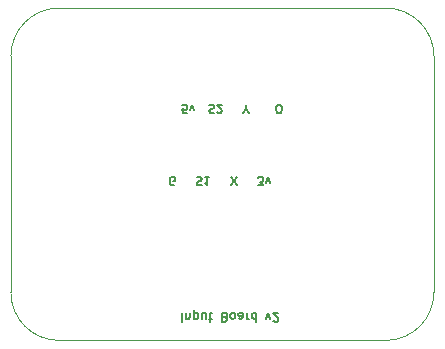
<source format=gbr>
G04 #@! TF.GenerationSoftware,KiCad,Pcbnew,(5.1.6)-1*
G04 #@! TF.CreationDate,2021-02-13T15:21:04-06:00*
G04 #@! TF.ProjectId,InputBoard,496e7075-7442-46f6-9172-642e6b696361,rev?*
G04 #@! TF.SameCoordinates,Original*
G04 #@! TF.FileFunction,Legend,Bot*
G04 #@! TF.FilePolarity,Positive*
%FSLAX46Y46*%
G04 Gerber Fmt 4.6, Leading zero omitted, Abs format (unit mm)*
G04 Created by KiCad (PCBNEW (5.1.6)-1) date 2021-02-13 15:21:04*
%MOMM*%
%LPD*%
G01*
G04 APERTURE LIST*
%ADD10C,0.175000*%
%ADD11C,0.187500*%
G04 #@! TA.AperFunction,Profile*
%ADD12C,0.050000*%
G04 #@! TD*
G04 APERTURE END LIST*
D10*
X146433333Y-101582500D02*
X146366666Y-101615833D01*
X146266666Y-101615833D01*
X146166666Y-101582500D01*
X146100000Y-101515833D01*
X146066666Y-101449166D01*
X146033333Y-101315833D01*
X146033333Y-101215833D01*
X146066666Y-101082500D01*
X146100000Y-101015833D01*
X146166666Y-100949166D01*
X146266666Y-100915833D01*
X146333333Y-100915833D01*
X146433333Y-100949166D01*
X146466666Y-100982500D01*
X146466666Y-101215833D01*
X146333333Y-101215833D01*
X148333333Y-100949166D02*
X148433333Y-100915833D01*
X148600000Y-100915833D01*
X148666666Y-100949166D01*
X148700000Y-100982500D01*
X148733333Y-101049166D01*
X148733333Y-101115833D01*
X148700000Y-101182500D01*
X148666666Y-101215833D01*
X148600000Y-101249166D01*
X148466666Y-101282500D01*
X148400000Y-101315833D01*
X148366666Y-101349166D01*
X148333333Y-101415833D01*
X148333333Y-101482500D01*
X148366666Y-101549166D01*
X148400000Y-101582500D01*
X148466666Y-101615833D01*
X148633333Y-101615833D01*
X148733333Y-101582500D01*
X149400000Y-100915833D02*
X149000000Y-100915833D01*
X149200000Y-100915833D02*
X149200000Y-101615833D01*
X149133333Y-101515833D01*
X149066666Y-101449166D01*
X149000000Y-101415833D01*
X151233333Y-101615833D02*
X151700000Y-100915833D01*
X151700000Y-101615833D02*
X151233333Y-100915833D01*
X153500000Y-101615833D02*
X153933333Y-101615833D01*
X153700000Y-101349166D01*
X153800000Y-101349166D01*
X153866666Y-101315833D01*
X153900000Y-101282500D01*
X153933333Y-101215833D01*
X153933333Y-101049166D01*
X153900000Y-100982500D01*
X153866666Y-100949166D01*
X153800000Y-100915833D01*
X153600000Y-100915833D01*
X153533333Y-100949166D01*
X153500000Y-100982500D01*
X154166666Y-101382500D02*
X154333333Y-100915833D01*
X154500000Y-101382500D01*
X147483333Y-95490833D02*
X147150000Y-95490833D01*
X147116666Y-95157500D01*
X147150000Y-95190833D01*
X147216666Y-95224166D01*
X147383333Y-95224166D01*
X147450000Y-95190833D01*
X147483333Y-95157500D01*
X147516666Y-95090833D01*
X147516666Y-94924166D01*
X147483333Y-94857500D01*
X147450000Y-94824166D01*
X147383333Y-94790833D01*
X147216666Y-94790833D01*
X147150000Y-94824166D01*
X147116666Y-94857500D01*
X147750000Y-95257500D02*
X147916666Y-94790833D01*
X148083333Y-95257500D01*
X149383333Y-94824166D02*
X149483333Y-94790833D01*
X149650000Y-94790833D01*
X149716666Y-94824166D01*
X149750000Y-94857500D01*
X149783333Y-94924166D01*
X149783333Y-94990833D01*
X149750000Y-95057500D01*
X149716666Y-95090833D01*
X149650000Y-95124166D01*
X149516666Y-95157500D01*
X149450000Y-95190833D01*
X149416666Y-95224166D01*
X149383333Y-95290833D01*
X149383333Y-95357500D01*
X149416666Y-95424166D01*
X149450000Y-95457500D01*
X149516666Y-95490833D01*
X149683333Y-95490833D01*
X149783333Y-95457500D01*
X150050000Y-95424166D02*
X150083333Y-95457500D01*
X150150000Y-95490833D01*
X150316666Y-95490833D01*
X150383333Y-95457500D01*
X150416666Y-95424166D01*
X150450000Y-95357500D01*
X150450000Y-95290833D01*
X150416666Y-95190833D01*
X150016666Y-94790833D01*
X150450000Y-94790833D01*
X152483333Y-95124166D02*
X152483333Y-94790833D01*
X152250000Y-95490833D02*
X152483333Y-95124166D01*
X152716666Y-95490833D01*
X155216666Y-95490833D02*
X155350000Y-95490833D01*
X155416666Y-95457500D01*
X155483333Y-95390833D01*
X155516666Y-95257500D01*
X155516666Y-95024166D01*
X155483333Y-94890833D01*
X155416666Y-94824166D01*
X155350000Y-94790833D01*
X155216666Y-94790833D01*
X155150000Y-94824166D01*
X155083333Y-94890833D01*
X155050000Y-95024166D01*
X155050000Y-95257500D01*
X155083333Y-95390833D01*
X155150000Y-95457500D01*
X155216666Y-95490833D01*
D11*
X147058571Y-112410714D02*
X147058571Y-113160714D01*
X147415714Y-112910714D02*
X147415714Y-112410714D01*
X147415714Y-112839285D02*
X147451428Y-112875000D01*
X147522857Y-112910714D01*
X147630000Y-112910714D01*
X147701428Y-112875000D01*
X147737142Y-112803571D01*
X147737142Y-112410714D01*
X148094285Y-112910714D02*
X148094285Y-112160714D01*
X148094285Y-112875000D02*
X148165714Y-112910714D01*
X148308571Y-112910714D01*
X148380000Y-112875000D01*
X148415714Y-112839285D01*
X148451428Y-112767857D01*
X148451428Y-112553571D01*
X148415714Y-112482142D01*
X148380000Y-112446428D01*
X148308571Y-112410714D01*
X148165714Y-112410714D01*
X148094285Y-112446428D01*
X149094285Y-112910714D02*
X149094285Y-112410714D01*
X148772857Y-112910714D02*
X148772857Y-112517857D01*
X148808571Y-112446428D01*
X148880000Y-112410714D01*
X148987142Y-112410714D01*
X149058571Y-112446428D01*
X149094285Y-112482142D01*
X149344285Y-112910714D02*
X149630000Y-112910714D01*
X149451428Y-113160714D02*
X149451428Y-112517857D01*
X149487142Y-112446428D01*
X149558571Y-112410714D01*
X149630000Y-112410714D01*
X150701428Y-112803571D02*
X150808571Y-112767857D01*
X150844285Y-112732142D01*
X150880000Y-112660714D01*
X150880000Y-112553571D01*
X150844285Y-112482142D01*
X150808571Y-112446428D01*
X150737142Y-112410714D01*
X150451428Y-112410714D01*
X150451428Y-113160714D01*
X150701428Y-113160714D01*
X150772857Y-113125000D01*
X150808571Y-113089285D01*
X150844285Y-113017857D01*
X150844285Y-112946428D01*
X150808571Y-112875000D01*
X150772857Y-112839285D01*
X150701428Y-112803571D01*
X150451428Y-112803571D01*
X151308571Y-112410714D02*
X151237142Y-112446428D01*
X151201428Y-112482142D01*
X151165714Y-112553571D01*
X151165714Y-112767857D01*
X151201428Y-112839285D01*
X151237142Y-112875000D01*
X151308571Y-112910714D01*
X151415714Y-112910714D01*
X151487142Y-112875000D01*
X151522857Y-112839285D01*
X151558571Y-112767857D01*
X151558571Y-112553571D01*
X151522857Y-112482142D01*
X151487142Y-112446428D01*
X151415714Y-112410714D01*
X151308571Y-112410714D01*
X152201428Y-112410714D02*
X152201428Y-112803571D01*
X152165714Y-112875000D01*
X152094285Y-112910714D01*
X151951428Y-112910714D01*
X151880000Y-112875000D01*
X152201428Y-112446428D02*
X152130000Y-112410714D01*
X151951428Y-112410714D01*
X151880000Y-112446428D01*
X151844285Y-112517857D01*
X151844285Y-112589285D01*
X151880000Y-112660714D01*
X151951428Y-112696428D01*
X152130000Y-112696428D01*
X152201428Y-112732142D01*
X152558571Y-112410714D02*
X152558571Y-112910714D01*
X152558571Y-112767857D02*
X152594285Y-112839285D01*
X152630000Y-112875000D01*
X152701428Y-112910714D01*
X152772857Y-112910714D01*
X153344285Y-112410714D02*
X153344285Y-113160714D01*
X153344285Y-112446428D02*
X153272857Y-112410714D01*
X153130000Y-112410714D01*
X153058571Y-112446428D01*
X153022857Y-112482142D01*
X152987142Y-112553571D01*
X152987142Y-112767857D01*
X153022857Y-112839285D01*
X153058571Y-112875000D01*
X153130000Y-112910714D01*
X153272857Y-112910714D01*
X153344285Y-112875000D01*
X154201428Y-112910714D02*
X154380000Y-112410714D01*
X154558571Y-112910714D01*
X154808571Y-113089285D02*
X154844285Y-113125000D01*
X154915714Y-113160714D01*
X155094285Y-113160714D01*
X155165714Y-113125000D01*
X155201428Y-113089285D01*
X155237142Y-113017857D01*
X155237142Y-112946428D01*
X155201428Y-112839285D01*
X154772857Y-112410714D01*
X155237142Y-112410714D01*
D12*
X132588000Y-110680500D02*
X132588000Y-90678000D01*
X136652000Y-114744500D02*
G75*
G02*
X132588000Y-110680500I0J4064000D01*
G01*
X164338000Y-114744500D02*
X136652000Y-114744500D01*
X168402000Y-90678000D02*
X168402000Y-110680500D01*
X168402000Y-110680500D02*
G75*
G02*
X164338000Y-114744500I-4064000J0D01*
G01*
X164338000Y-86614000D02*
X136652000Y-86614000D01*
X132588000Y-90678000D02*
G75*
G02*
X136652000Y-86614000I4064000J0D01*
G01*
X164338000Y-86614000D02*
G75*
G02*
X168402000Y-90678000I0J-4064000D01*
G01*
M02*

</source>
